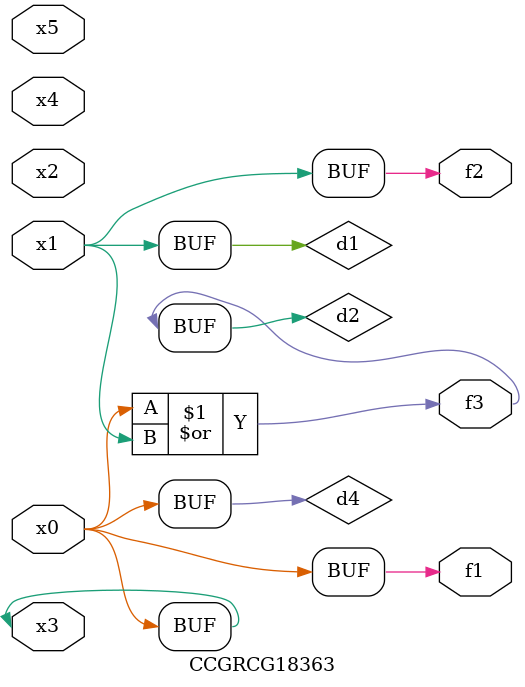
<source format=v>
module CCGRCG18363(
	input x0, x1, x2, x3, x4, x5,
	output f1, f2, f3
);

	wire d1, d2, d3, d4;

	and (d1, x1);
	or (d2, x0, x1);
	nand (d3, x0, x5);
	buf (d4, x0, x3);
	assign f1 = d4;
	assign f2 = d1;
	assign f3 = d2;
endmodule

</source>
